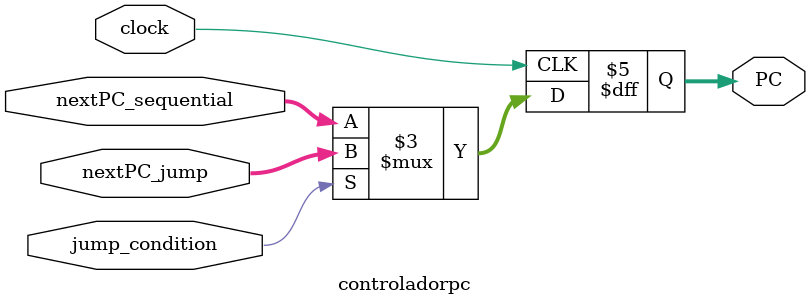
<source format=v>
module controladorpc(
    input wire clock,
    input wire [31:0] nextPC_sequential, // Próximo endereço sequencial
    input wire [31:0] nextPC_jump,       // Próximo endereço de salto incondicional
    input wire jump_condition,           // Condição para determinar se um salto deve ocorrer
    output reg [31:0] PC
);

    always @(posedge clock) begin
        if (jump_condition) // Se a condição de salto estiver ativa
            PC <= nextPC_jump; // PC recebe o próximo endereço de salto incondicional
        else
            PC <= nextPC_sequential; // Caso contrário, PC recebe o próximo endereço sequencial
    end

endmodule
</source>
